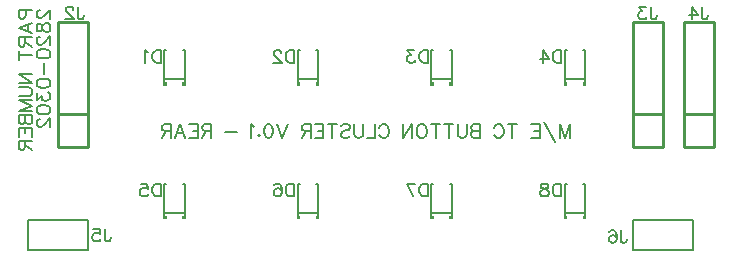
<source format=gbo>
G04 Layer: BottomSilkscreenLayer*
G04 EasyEDA v6.5.29, 2023-07-18 10:20:05*
G04 5756727701dd48799c60270c1c1368c4,5a6b42c53f6a479593ecc07194224c93,10*
G04 Gerber Generator version 0.2*
G04 Scale: 100 percent, Rotated: No, Reflected: No *
G04 Dimensions in millimeters *
G04 leading zeros omitted , absolute positions ,4 integer and 5 decimal *
%FSLAX45Y45*%
%MOMM*%

%ADD10C,0.2032*%
%ADD11C,0.1524*%
%ADD12C,0.2030*%
%ADD13C,0.2540*%

%LPD*%
D10*
X3259749Y-259913D02*
G01*
X3259749Y-374456D01*
X3259749Y-259913D02*
G01*
X3216112Y-374456D01*
X3172477Y-259913D02*
G01*
X3216112Y-374456D01*
X3172477Y-259913D02*
G01*
X3172477Y-374456D01*
X3038294Y-238094D02*
G01*
X3136478Y-412638D01*
X3002295Y-259913D02*
G01*
X3002295Y-374456D01*
X3002295Y-259913D02*
G01*
X2931386Y-259913D01*
X3002295Y-314457D02*
G01*
X2958660Y-314457D01*
X3002295Y-374456D02*
G01*
X2931386Y-374456D01*
X2773205Y-259913D02*
G01*
X2773205Y-374456D01*
X2811386Y-259913D02*
G01*
X2735023Y-259913D01*
X2617205Y-287185D02*
G01*
X2622659Y-276275D01*
X2633568Y-265366D01*
X2644477Y-259913D01*
X2666296Y-259913D01*
X2677205Y-265366D01*
X2688115Y-276275D01*
X2693568Y-287185D01*
X2699024Y-303547D01*
X2699024Y-330819D01*
X2693568Y-347184D01*
X2688115Y-358094D01*
X2677205Y-369003D01*
X2666296Y-374456D01*
X2644477Y-374456D01*
X2633568Y-369003D01*
X2622659Y-358094D01*
X2617205Y-347184D01*
X2497206Y-259913D02*
G01*
X2497206Y-374456D01*
X2497206Y-259913D02*
G01*
X2448115Y-259913D01*
X2431750Y-265366D01*
X2426296Y-270819D01*
X2420840Y-281729D01*
X2420840Y-292638D01*
X2426296Y-303547D01*
X2431750Y-309003D01*
X2448115Y-314457D01*
X2497206Y-314457D02*
G01*
X2448115Y-314457D01*
X2431750Y-319912D01*
X2426296Y-325366D01*
X2420840Y-336275D01*
X2420840Y-352638D01*
X2426296Y-363547D01*
X2431750Y-369003D01*
X2448115Y-374456D01*
X2497206Y-374456D01*
X2384841Y-259913D02*
G01*
X2384841Y-341729D01*
X2379388Y-358094D01*
X2368478Y-369003D01*
X2352116Y-374456D01*
X2341206Y-374456D01*
X2324841Y-369003D01*
X2313932Y-358094D01*
X2308478Y-341729D01*
X2308478Y-259913D01*
X2234298Y-259913D02*
G01*
X2234298Y-374456D01*
X2272479Y-259913D02*
G01*
X2196114Y-259913D01*
X2121933Y-259913D02*
G01*
X2121933Y-374456D01*
X2160115Y-259913D02*
G01*
X2083752Y-259913D01*
X2015025Y-259913D02*
G01*
X2025934Y-265366D01*
X2036843Y-276275D01*
X2042297Y-287185D01*
X2047753Y-303547D01*
X2047753Y-330819D01*
X2042297Y-347184D01*
X2036843Y-358094D01*
X2025934Y-369003D01*
X2015025Y-374456D01*
X1993206Y-374456D01*
X1982297Y-369003D01*
X1971387Y-358094D01*
X1965934Y-347184D01*
X1960478Y-330819D01*
X1960478Y-303547D01*
X1965934Y-287185D01*
X1971387Y-276275D01*
X1982297Y-265366D01*
X1993206Y-259913D01*
X2015025Y-259913D01*
X1924479Y-259913D02*
G01*
X1924479Y-374456D01*
X1924479Y-259913D02*
G01*
X1848116Y-374456D01*
X1848116Y-259913D02*
G01*
X1848116Y-374456D01*
X1646298Y-287185D02*
G01*
X1651751Y-276275D01*
X1662661Y-265366D01*
X1673570Y-259913D01*
X1695389Y-259913D01*
X1706298Y-265366D01*
X1717207Y-276275D01*
X1722661Y-287185D01*
X1728116Y-303547D01*
X1728116Y-330819D01*
X1722661Y-347184D01*
X1717207Y-358094D01*
X1706298Y-369003D01*
X1695389Y-374456D01*
X1673570Y-374456D01*
X1662661Y-369003D01*
X1651751Y-358094D01*
X1646298Y-347184D01*
X1610299Y-259913D02*
G01*
X1610299Y-374456D01*
X1610299Y-374456D02*
G01*
X1544843Y-374456D01*
X1508843Y-259913D02*
G01*
X1508843Y-341729D01*
X1503390Y-358094D01*
X1492481Y-369003D01*
X1476115Y-374456D01*
X1465206Y-374456D01*
X1448843Y-369003D01*
X1437934Y-358094D01*
X1432481Y-341729D01*
X1432481Y-259913D01*
X1320116Y-276275D02*
G01*
X1331026Y-265366D01*
X1347388Y-259913D01*
X1369207Y-259913D01*
X1385572Y-265366D01*
X1396481Y-276275D01*
X1396481Y-287185D01*
X1391025Y-298094D01*
X1385572Y-303547D01*
X1374663Y-309003D01*
X1341935Y-319912D01*
X1331026Y-325366D01*
X1325572Y-330819D01*
X1320116Y-341729D01*
X1320116Y-358094D01*
X1331026Y-369003D01*
X1347388Y-374456D01*
X1369207Y-374456D01*
X1385572Y-369003D01*
X1396481Y-358094D01*
X1245936Y-259913D02*
G01*
X1245936Y-374456D01*
X1284117Y-259913D02*
G01*
X1207754Y-259913D01*
X1171752Y-259913D02*
G01*
X1171752Y-374456D01*
X1171752Y-259913D02*
G01*
X1100843Y-259913D01*
X1171752Y-314457D02*
G01*
X1128118Y-314457D01*
X1171752Y-374456D02*
G01*
X1100843Y-374456D01*
X1064844Y-259913D02*
G01*
X1064844Y-374456D01*
X1064844Y-259913D02*
G01*
X1015753Y-259913D01*
X999390Y-265366D01*
X993935Y-270819D01*
X988481Y-281729D01*
X988481Y-292638D01*
X993935Y-303547D01*
X999390Y-309003D01*
X1015753Y-314457D01*
X1064844Y-314457D01*
X1026662Y-314457D02*
G01*
X988481Y-374456D01*
X868481Y-259913D02*
G01*
X824844Y-374456D01*
X781210Y-259913D02*
G01*
X824844Y-374456D01*
X712482Y-259913D02*
G01*
X728845Y-265366D01*
X739754Y-281729D01*
X745208Y-309003D01*
X745208Y-325366D01*
X739754Y-352638D01*
X728845Y-369003D01*
X712482Y-374456D01*
X701573Y-374456D01*
X685208Y-369003D01*
X674301Y-352638D01*
X668845Y-325366D01*
X668845Y-309003D01*
X674301Y-281729D01*
X685208Y-265366D01*
X701573Y-259913D01*
X712482Y-259913D01*
X627390Y-347184D02*
G01*
X632846Y-352638D01*
X627390Y-358094D01*
X621936Y-352638D01*
X627390Y-347184D01*
X585937Y-281729D02*
G01*
X575028Y-276275D01*
X558665Y-259913D01*
X558665Y-374456D01*
X438665Y-325366D02*
G01*
X340481Y-325366D01*
X220482Y-259913D02*
G01*
X220482Y-374456D01*
X220482Y-259913D02*
G01*
X171391Y-259913D01*
X155028Y-265366D01*
X149572Y-270819D01*
X144119Y-281729D01*
X144119Y-292638D01*
X149572Y-303547D01*
X155028Y-309003D01*
X171391Y-314457D01*
X220482Y-314457D01*
X182300Y-314457D02*
G01*
X144119Y-374456D01*
X108120Y-259913D02*
G01*
X108120Y-374456D01*
X108120Y-259913D02*
G01*
X37211Y-259913D01*
X108120Y-314457D02*
G01*
X64482Y-314457D01*
X108120Y-374456D02*
G01*
X37211Y-374456D01*
X-42425Y-259913D02*
G01*
X1211Y-374456D01*
X-42425Y-259913D02*
G01*
X-86062Y-374456D01*
X-15153Y-336275D02*
G01*
X-69697Y-336275D01*
X-122062Y-259913D02*
G01*
X-122062Y-374456D01*
X-122062Y-259913D02*
G01*
X-171152Y-259913D01*
X-187515Y-265366D01*
X-192971Y-270819D01*
X-198424Y-281729D01*
X-198424Y-292638D01*
X-192971Y-303547D01*
X-187515Y-309003D01*
X-171152Y-314457D01*
X-122062Y-314457D01*
X-160243Y-314457D02*
G01*
X-198424Y-374456D01*
X-1228257Y705741D02*
G01*
X-1233713Y705741D01*
X-1244622Y700285D01*
X-1250076Y694832D01*
X-1255529Y683922D01*
X-1255529Y662104D01*
X-1250076Y651195D01*
X-1244622Y645741D01*
X-1233713Y640285D01*
X-1222804Y640285D01*
X-1211894Y645741D01*
X-1195529Y656648D01*
X-1140985Y711194D01*
X-1140985Y634832D01*
X-1255529Y571558D02*
G01*
X-1250076Y587923D01*
X-1239166Y593377D01*
X-1228257Y593377D01*
X-1217348Y587923D01*
X-1211894Y577014D01*
X-1206439Y555195D01*
X-1200985Y538830D01*
X-1190076Y527923D01*
X-1179167Y522467D01*
X-1162804Y522467D01*
X-1151895Y527923D01*
X-1146439Y533377D01*
X-1140985Y549739D01*
X-1140985Y571558D01*
X-1146439Y587923D01*
X-1151895Y593377D01*
X-1162804Y598830D01*
X-1179167Y598830D01*
X-1190076Y593377D01*
X-1200985Y582467D01*
X-1206439Y566105D01*
X-1211894Y544286D01*
X-1217348Y533377D01*
X-1228257Y527923D01*
X-1239166Y527923D01*
X-1250076Y533377D01*
X-1255529Y549739D01*
X-1255529Y571558D01*
X-1228257Y481012D02*
G01*
X-1233713Y481012D01*
X-1244622Y475559D01*
X-1250076Y470105D01*
X-1255529Y459196D01*
X-1255529Y437377D01*
X-1250076Y426468D01*
X-1244622Y421012D01*
X-1233713Y415559D01*
X-1222804Y415559D01*
X-1211894Y421012D01*
X-1195529Y431921D01*
X-1140985Y486468D01*
X-1140985Y410105D01*
X-1255529Y341378D02*
G01*
X-1250076Y357741D01*
X-1233713Y368650D01*
X-1206439Y374103D01*
X-1190076Y374103D01*
X-1162804Y368650D01*
X-1146439Y357741D01*
X-1140985Y341378D01*
X-1140985Y330469D01*
X-1146439Y314104D01*
X-1162804Y303194D01*
X-1190076Y297741D01*
X-1206439Y297741D01*
X-1233713Y303194D01*
X-1250076Y314104D01*
X-1255529Y330469D01*
X-1255529Y341378D01*
X-1190076Y261741D02*
G01*
X-1190076Y163560D01*
X-1255529Y94833D02*
G01*
X-1250076Y111196D01*
X-1233713Y122105D01*
X-1206439Y127558D01*
X-1190076Y127558D01*
X-1162804Y122105D01*
X-1146439Y111196D01*
X-1140985Y94833D01*
X-1140985Y83924D01*
X-1146439Y67558D01*
X-1162804Y56649D01*
X-1190076Y51196D01*
X-1206439Y51196D01*
X-1233713Y56649D01*
X-1250076Y67558D01*
X-1255529Y83924D01*
X-1255529Y94833D01*
X-1255529Y4287D02*
G01*
X-1255529Y-55712D01*
X-1211894Y-22984D01*
X-1211894Y-39349D01*
X-1206439Y-50258D01*
X-1200985Y-55712D01*
X-1184622Y-61168D01*
X-1173713Y-61168D01*
X-1157348Y-55712D01*
X-1146439Y-44803D01*
X-1140985Y-28440D01*
X-1140985Y-12075D01*
X-1146439Y4287D01*
X-1151895Y9740D01*
X-1162804Y15196D01*
X-1255529Y-129893D02*
G01*
X-1250076Y-113530D01*
X-1233713Y-102621D01*
X-1206439Y-97167D01*
X-1190076Y-97167D01*
X-1162804Y-102621D01*
X-1146439Y-113530D01*
X-1140985Y-129893D01*
X-1140985Y-140802D01*
X-1146439Y-157167D01*
X-1162804Y-168076D01*
X-1190076Y-173530D01*
X-1206439Y-173530D01*
X-1233713Y-168076D01*
X-1250076Y-157167D01*
X-1255529Y-140802D01*
X-1255529Y-129893D01*
X-1228257Y-214985D02*
G01*
X-1233713Y-214985D01*
X-1244622Y-220438D01*
X-1250076Y-225894D01*
X-1255529Y-236804D01*
X-1255529Y-258620D01*
X-1250076Y-269529D01*
X-1244622Y-274985D01*
X-1233713Y-280438D01*
X-1222804Y-280438D01*
X-1211894Y-274985D01*
X-1195529Y-264076D01*
X-1140985Y-209529D01*
X-1140985Y-285894D01*
X-1407929Y711194D02*
G01*
X-1293385Y711194D01*
X-1407929Y711194D02*
G01*
X-1407929Y662104D01*
X-1402476Y645741D01*
X-1397022Y640285D01*
X-1386113Y634832D01*
X-1369748Y634832D01*
X-1358840Y640285D01*
X-1353385Y645741D01*
X-1347929Y662104D01*
X-1347929Y711194D01*
X-1407929Y555195D02*
G01*
X-1293385Y598830D01*
X-1407929Y555195D02*
G01*
X-1293385Y511558D01*
X-1331567Y582467D02*
G01*
X-1331567Y527923D01*
X-1407929Y475559D02*
G01*
X-1293385Y475559D01*
X-1407929Y475559D02*
G01*
X-1407929Y426468D01*
X-1402476Y410105D01*
X-1397022Y404649D01*
X-1386113Y399196D01*
X-1375204Y399196D01*
X-1364294Y404649D01*
X-1358840Y410105D01*
X-1353385Y426468D01*
X-1353385Y475559D01*
X-1353385Y437377D02*
G01*
X-1293385Y399196D01*
X-1407929Y325013D02*
G01*
X-1293385Y325013D01*
X-1407929Y363194D02*
G01*
X-1407929Y286832D01*
X-1407929Y166832D02*
G01*
X-1293385Y166832D01*
X-1407929Y166832D02*
G01*
X-1293385Y90469D01*
X-1407929Y90469D02*
G01*
X-1293385Y90469D01*
X-1407929Y54467D02*
G01*
X-1326113Y54467D01*
X-1309748Y49014D01*
X-1298840Y38105D01*
X-1293385Y21742D01*
X-1293385Y10833D01*
X-1298840Y-5532D01*
X-1309748Y-16438D01*
X-1326113Y-21894D01*
X-1407929Y-21894D01*
X-1407929Y-57894D02*
G01*
X-1293385Y-57894D01*
X-1407929Y-57894D02*
G01*
X-1293385Y-101531D01*
X-1407929Y-145166D02*
G01*
X-1293385Y-101531D01*
X-1407929Y-145166D02*
G01*
X-1293385Y-145166D01*
X-1407929Y-181168D02*
G01*
X-1293385Y-181168D01*
X-1407929Y-181168D02*
G01*
X-1407929Y-230258D01*
X-1402476Y-246621D01*
X-1397022Y-252074D01*
X-1386113Y-257530D01*
X-1375204Y-257530D01*
X-1364294Y-252074D01*
X-1358840Y-246621D01*
X-1353385Y-230258D01*
X-1353385Y-181168D02*
G01*
X-1353385Y-230258D01*
X-1347929Y-246621D01*
X-1342476Y-252074D01*
X-1331567Y-257530D01*
X-1315204Y-257530D01*
X-1304295Y-252074D01*
X-1298840Y-246621D01*
X-1293385Y-230258D01*
X-1293385Y-181168D01*
X-1407929Y-293530D02*
G01*
X-1293385Y-293530D01*
X-1407929Y-293530D02*
G01*
X-1407929Y-364439D01*
X-1353385Y-293530D02*
G01*
X-1353385Y-337167D01*
X-1293385Y-293530D02*
G01*
X-1293385Y-364439D01*
X-1407929Y-400438D02*
G01*
X-1293385Y-400438D01*
X-1407929Y-400438D02*
G01*
X-1407929Y-449529D01*
X-1402476Y-465894D01*
X-1397022Y-471347D01*
X-1386113Y-476803D01*
X-1375204Y-476803D01*
X-1364294Y-471347D01*
X-1358840Y-465894D01*
X-1353385Y-449529D01*
X-1353385Y-400438D01*
X-1353385Y-438619D02*
G01*
X-1293385Y-476803D01*
D11*
X-203200Y369338D02*
G01*
X-203200Y260235D01*
X-203200Y369338D02*
G01*
X-239567Y369338D01*
X-255155Y364144D01*
X-265544Y353753D01*
X-270741Y343362D01*
X-275935Y327774D01*
X-275935Y301797D01*
X-270741Y286212D01*
X-265544Y275821D01*
X-255155Y265429D01*
X-239567Y260235D01*
X-203200Y260235D01*
X-310225Y348556D02*
G01*
X-320616Y353753D01*
X-336204Y369338D01*
X-336204Y260235D01*
X927097Y369338D02*
G01*
X927097Y260235D01*
X927097Y369338D02*
G01*
X890729Y369338D01*
X875141Y364144D01*
X864753Y353753D01*
X859556Y343362D01*
X854362Y327774D01*
X854362Y301797D01*
X859556Y286212D01*
X864753Y275821D01*
X875141Y265429D01*
X890729Y260235D01*
X927097Y260235D01*
X814875Y343362D02*
G01*
X814875Y348556D01*
X809680Y358947D01*
X804484Y364144D01*
X794092Y369338D01*
X773313Y369338D01*
X762922Y364144D01*
X757725Y358947D01*
X752530Y348556D01*
X752530Y338165D01*
X757725Y327774D01*
X768116Y312188D01*
X820072Y260235D01*
X747334Y260235D01*
X2057394Y369338D02*
G01*
X2057394Y260235D01*
X2057394Y369338D02*
G01*
X2021027Y369338D01*
X2005439Y364144D01*
X1995050Y353753D01*
X1989853Y343362D01*
X1984659Y327774D01*
X1984659Y301797D01*
X1989853Y286212D01*
X1995050Y275821D01*
X2005439Y265429D01*
X2021027Y260235D01*
X2057394Y260235D01*
X1939978Y369338D02*
G01*
X1882828Y369338D01*
X1913999Y327774D01*
X1898413Y327774D01*
X1888022Y322579D01*
X1882828Y317385D01*
X1877631Y301797D01*
X1877631Y291406D01*
X1882828Y275821D01*
X1893219Y265429D01*
X1908804Y260235D01*
X1924390Y260235D01*
X1939978Y265429D01*
X1945172Y270624D01*
X1950369Y281015D01*
X3187692Y369338D02*
G01*
X3187692Y260235D01*
X3187692Y369338D02*
G01*
X3151324Y369338D01*
X3135736Y364144D01*
X3125348Y353753D01*
X3120151Y343362D01*
X3114956Y327774D01*
X3114956Y301797D01*
X3120151Y286212D01*
X3125348Y275821D01*
X3135736Y265429D01*
X3151324Y260235D01*
X3187692Y260235D01*
X3028711Y369338D02*
G01*
X3080666Y296603D01*
X3002734Y296603D01*
X3028711Y369338D02*
G01*
X3028711Y260235D01*
X-203200Y-760958D02*
G01*
X-203200Y-870061D01*
X-203200Y-760958D02*
G01*
X-239567Y-760958D01*
X-255155Y-766152D01*
X-265544Y-776544D01*
X-270741Y-786935D01*
X-275935Y-802523D01*
X-275935Y-828499D01*
X-270741Y-844085D01*
X-265544Y-854476D01*
X-255155Y-864867D01*
X-239567Y-870061D01*
X-203200Y-870061D01*
X-372572Y-760958D02*
G01*
X-320616Y-760958D01*
X-315422Y-807717D01*
X-320616Y-802523D01*
X-336204Y-797326D01*
X-351789Y-797326D01*
X-367375Y-802523D01*
X-377766Y-812911D01*
X-382963Y-828499D01*
X-382963Y-838890D01*
X-377766Y-854476D01*
X-367375Y-864867D01*
X-351789Y-870061D01*
X-336204Y-870061D01*
X-320616Y-864867D01*
X-315422Y-859673D01*
X-310225Y-849282D01*
X927097Y-760958D02*
G01*
X927097Y-870061D01*
X927097Y-760958D02*
G01*
X890729Y-760958D01*
X875141Y-766152D01*
X864753Y-776544D01*
X859556Y-786935D01*
X854362Y-802523D01*
X854362Y-828499D01*
X859556Y-844085D01*
X864753Y-854476D01*
X875141Y-864867D01*
X890729Y-870061D01*
X927097Y-870061D01*
X757725Y-776544D02*
G01*
X762922Y-766152D01*
X778507Y-760958D01*
X788898Y-760958D01*
X804484Y-766152D01*
X814875Y-781740D01*
X820072Y-807717D01*
X820072Y-833694D01*
X814875Y-854476D01*
X804484Y-864867D01*
X788898Y-870061D01*
X783701Y-870061D01*
X768116Y-864867D01*
X757725Y-854476D01*
X752530Y-838890D01*
X752530Y-833694D01*
X757725Y-818108D01*
X768116Y-807717D01*
X783701Y-802523D01*
X788898Y-802523D01*
X804484Y-807717D01*
X814875Y-818108D01*
X820072Y-833694D01*
X2057394Y-760958D02*
G01*
X2057394Y-870061D01*
X2057394Y-760958D02*
G01*
X2021027Y-760958D01*
X2005439Y-766152D01*
X1995050Y-776544D01*
X1989853Y-786935D01*
X1984659Y-802523D01*
X1984659Y-828499D01*
X1989853Y-844085D01*
X1995050Y-854476D01*
X2005439Y-864867D01*
X2021027Y-870061D01*
X2057394Y-870061D01*
X1877631Y-760958D02*
G01*
X1929587Y-870061D01*
X1950369Y-760958D02*
G01*
X1877631Y-760958D01*
X-678510Y-1141986D02*
G01*
X-678510Y-1225044D01*
X-673176Y-1240792D01*
X-668096Y-1245872D01*
X-657682Y-1250952D01*
X-647268Y-1250952D01*
X-636854Y-1245872D01*
X-631520Y-1240792D01*
X-626440Y-1225044D01*
X-626440Y-1214630D01*
X-775030Y-1141986D02*
G01*
X-722960Y-1141986D01*
X-717880Y-1188722D01*
X-722960Y-1183642D01*
X-738708Y-1178308D01*
X-754202Y-1178308D01*
X-769950Y-1183642D01*
X-780110Y-1193802D01*
X-785444Y-1209550D01*
X-785444Y-1219964D01*
X-780110Y-1235458D01*
X-769950Y-1245872D01*
X-754202Y-1250952D01*
X-738708Y-1250952D01*
X-722960Y-1245872D01*
X-717880Y-1240792D01*
X-712800Y-1230378D01*
X3690287Y-1154684D02*
G01*
X3690287Y-1237742D01*
X3695621Y-1253489D01*
X3700701Y-1258570D01*
X3711115Y-1263650D01*
X3721529Y-1263650D01*
X3731943Y-1258570D01*
X3737277Y-1253489D01*
X3742357Y-1237742D01*
X3742357Y-1227328D01*
X3593767Y-1170178D02*
G01*
X3598847Y-1159763D01*
X3614595Y-1154684D01*
X3625009Y-1154684D01*
X3640503Y-1159763D01*
X3650917Y-1175512D01*
X3655997Y-1201420D01*
X3655997Y-1227328D01*
X3650917Y-1248155D01*
X3640503Y-1258570D01*
X3625009Y-1263650D01*
X3619675Y-1263650D01*
X3604181Y-1258570D01*
X3593767Y-1248155D01*
X3588687Y-1232662D01*
X3588687Y-1227328D01*
X3593767Y-1211834D01*
X3604181Y-1201420D01*
X3619675Y-1196339D01*
X3625009Y-1196339D01*
X3640503Y-1201420D01*
X3650917Y-1211834D01*
X3655997Y-1227328D01*
X-907112Y737610D02*
G01*
X-907112Y654552D01*
X-901778Y638804D01*
X-896698Y633724D01*
X-886284Y628644D01*
X-875870Y628644D01*
X-865456Y633724D01*
X-860122Y638804D01*
X-855042Y654552D01*
X-855042Y664966D01*
X-946482Y711702D02*
G01*
X-946482Y716782D01*
X-951562Y727196D01*
X-956896Y732530D01*
X-967310Y737610D01*
X-988138Y737610D01*
X-998552Y732530D01*
X-1003632Y727196D01*
X-1008712Y716782D01*
X-1008712Y706368D01*
X-1003632Y695954D01*
X-993218Y680460D01*
X-941402Y628644D01*
X-1014046Y628644D01*
X3944287Y737610D02*
G01*
X3944287Y654552D01*
X3949618Y638804D01*
X3954701Y633724D01*
X3965115Y628644D01*
X3975529Y628644D01*
X3985943Y633724D01*
X3991277Y638804D01*
X3996354Y654552D01*
X3996354Y664966D01*
X3899837Y737610D02*
G01*
X3842687Y737610D01*
X3873672Y695954D01*
X3858181Y695954D01*
X3847767Y690874D01*
X3842687Y685794D01*
X3837353Y670046D01*
X3837353Y659632D01*
X3842687Y644138D01*
X3852847Y633724D01*
X3868595Y628644D01*
X3884086Y628644D01*
X3899837Y633724D01*
X3904917Y638804D01*
X3909997Y649218D01*
X4376331Y737610D02*
G01*
X4376331Y654552D01*
X4381411Y638804D01*
X4386491Y633724D01*
X4396905Y628644D01*
X4407319Y628644D01*
X4417733Y633724D01*
X4423067Y638804D01*
X4428147Y654552D01*
X4428147Y664966D01*
X4289971Y737610D02*
G01*
X4342041Y664966D01*
X4264063Y664966D01*
X4289971Y737610D02*
G01*
X4289971Y628644D01*
X3187682Y-760961D02*
G01*
X3187682Y-870064D01*
X3187682Y-760961D02*
G01*
X3151314Y-760961D01*
X3135726Y-766155D01*
X3125337Y-776546D01*
X3120141Y-786937D01*
X3114946Y-802523D01*
X3114946Y-828502D01*
X3120141Y-844087D01*
X3125337Y-854478D01*
X3135726Y-864870D01*
X3151314Y-870064D01*
X3187682Y-870064D01*
X3054677Y-760961D02*
G01*
X3070265Y-766155D01*
X3075459Y-776546D01*
X3075459Y-786937D01*
X3070265Y-797328D01*
X3059874Y-802523D01*
X3039092Y-807720D01*
X3023506Y-812914D01*
X3013115Y-823305D01*
X3007918Y-833696D01*
X3007918Y-849284D01*
X3013115Y-859673D01*
X3018309Y-864870D01*
X3033897Y-870064D01*
X3054677Y-870064D01*
X3070265Y-864870D01*
X3075459Y-859673D01*
X3080656Y-849284D01*
X3080656Y-833696D01*
X3075459Y-823305D01*
X3065068Y-812914D01*
X3049483Y-807720D01*
X3028701Y-802523D01*
X3018309Y-797328D01*
X3013115Y-786937D01*
X3013115Y-776546D01*
X3018309Y-766155D01*
X3033897Y-760961D01*
X3054677Y-760961D01*
G36*
X-24180Y95605D02*
G01*
X-24180Y65125D01*
X5334Y65125D01*
X5334Y95605D01*
G37*
G36*
X-183134Y95605D02*
G01*
X-183134Y65125D01*
X-153619Y65125D01*
X-153619Y95605D01*
G37*
G36*
X1106119Y95605D02*
G01*
X1106119Y65125D01*
X1135634Y65125D01*
X1135634Y95605D01*
G37*
G36*
X947166Y95605D02*
G01*
X947166Y65125D01*
X976680Y65125D01*
X976680Y95605D01*
G37*
G36*
X2236419Y95605D02*
G01*
X2236419Y65125D01*
X2265934Y65125D01*
X2265934Y95605D01*
G37*
G36*
X2077466Y95605D02*
G01*
X2077466Y65125D01*
X2106930Y65125D01*
X2106930Y95605D01*
G37*
G36*
X3366719Y95605D02*
G01*
X3366719Y65125D01*
X3396234Y65125D01*
X3396234Y95605D01*
G37*
G36*
X3207766Y95605D02*
G01*
X3207766Y65125D01*
X3237230Y65125D01*
X3237230Y95605D01*
G37*
G36*
X-24180Y-1034694D02*
G01*
X-24180Y-1065174D01*
X5334Y-1065174D01*
X5334Y-1034694D01*
G37*
G36*
X-183134Y-1034694D02*
G01*
X-183134Y-1065174D01*
X-153619Y-1065174D01*
X-153619Y-1034694D01*
G37*
G36*
X1106119Y-1034694D02*
G01*
X1106119Y-1065174D01*
X1135634Y-1065174D01*
X1135634Y-1034694D01*
G37*
G36*
X947166Y-1034694D02*
G01*
X947166Y-1065174D01*
X976680Y-1065174D01*
X976680Y-1034694D01*
G37*
G36*
X2236419Y-1034694D02*
G01*
X2236419Y-1065174D01*
X2265934Y-1065174D01*
X2265934Y-1034694D01*
G37*
G36*
X2077466Y-1034694D02*
G01*
X2077466Y-1065174D01*
X2106930Y-1065174D01*
X2106930Y-1034694D01*
G37*
G36*
X3366719Y-1034694D02*
G01*
X3366719Y-1065174D01*
X3396234Y-1065174D01*
X3396234Y-1034694D01*
G37*
G36*
X3207766Y-1034694D02*
G01*
X3207766Y-1065174D01*
X3237230Y-1065174D01*
X3237230Y-1034694D01*
G37*
X-2280Y87980D02*
G01*
X-2280Y369219D01*
X-2280Y369219D02*
G01*
X-19080Y369219D01*
X-175519Y87980D02*
G01*
X-175519Y369219D01*
X-175519Y369219D02*
G01*
X-158719Y369219D01*
X-2280Y123670D02*
G01*
X-175519Y123670D01*
X1128016Y87980D02*
G01*
X1128016Y369219D01*
X1128016Y369219D02*
G01*
X1111216Y369219D01*
X954778Y87980D02*
G01*
X954778Y369219D01*
X954778Y369219D02*
G01*
X971577Y369219D01*
X1128016Y123670D02*
G01*
X954778Y123670D01*
X2258314Y87980D02*
G01*
X2258314Y369219D01*
X2258314Y369219D02*
G01*
X2241514Y369219D01*
X2085075Y87980D02*
G01*
X2085075Y369219D01*
X2085075Y369219D02*
G01*
X2101875Y369219D01*
X2258314Y123670D02*
G01*
X2085075Y123670D01*
X3388611Y87980D02*
G01*
X3388611Y369219D01*
X3388611Y369219D02*
G01*
X3371811Y369219D01*
X3215373Y87980D02*
G01*
X3215373Y369219D01*
X3215373Y369219D02*
G01*
X3232172Y369219D01*
X3388611Y123670D02*
G01*
X3215373Y123670D01*
X-2280Y-1042316D02*
G01*
X-2280Y-761077D01*
X-2280Y-761077D02*
G01*
X-19080Y-761077D01*
X-175519Y-1042316D02*
G01*
X-175519Y-761077D01*
X-175519Y-761077D02*
G01*
X-158719Y-761077D01*
X-2280Y-1006627D02*
G01*
X-175519Y-1006627D01*
X1128016Y-1042316D02*
G01*
X1128016Y-761077D01*
X1128016Y-761077D02*
G01*
X1111216Y-761077D01*
X954778Y-1042316D02*
G01*
X954778Y-761077D01*
X954778Y-761077D02*
G01*
X971577Y-761077D01*
X1128016Y-1006627D02*
G01*
X954778Y-1006627D01*
X2258314Y-1042316D02*
G01*
X2258314Y-761077D01*
X2258314Y-761077D02*
G01*
X2241514Y-761077D01*
X2085075Y-1042316D02*
G01*
X2085075Y-761077D01*
X2085075Y-761077D02*
G01*
X2101875Y-761077D01*
X2258314Y-1006627D02*
G01*
X2085075Y-1006627D01*
D12*
X-816940Y-1320802D02*
G01*
X-1134440Y-1320802D01*
D10*
X-816940Y-1320802D02*
G01*
X-816940Y-1066802D01*
X-1324940Y-1066802D01*
X-1324940Y-1320802D01*
X-1134440Y-1320802D01*
X3793149Y-1066802D02*
G01*
X3793149Y-1320802D01*
X4301149Y-1320802D01*
X4301149Y-1066802D01*
X4110649Y-1066802D01*
D12*
X3793149Y-1066802D02*
G01*
X4110649Y-1066802D01*
D13*
X-816940Y-452808D02*
G01*
X-1070940Y-452808D01*
X-816940Y605193D02*
G01*
X-1070940Y605193D01*
X-816940Y-452808D02*
G01*
X-816940Y605193D01*
X-816940Y-175458D02*
G01*
X-1070940Y-175458D01*
X-1070940Y-452808D02*
G01*
X-1070940Y605193D01*
X4047149Y605193D02*
G01*
X3793149Y605193D01*
X4047149Y-452808D02*
G01*
X4047149Y605193D01*
X4047149Y-175458D02*
G01*
X3793149Y-175458D01*
X3793149Y-452808D02*
G01*
X3793149Y605193D01*
X4047149Y-452808D02*
G01*
X3793149Y-452808D01*
X4478947Y605193D02*
G01*
X4224947Y605193D01*
X4478947Y-452808D02*
G01*
X4478947Y605193D01*
X4478947Y-175458D02*
G01*
X4224947Y-175458D01*
X4224947Y-452808D02*
G01*
X4224947Y605193D01*
X4478947Y-452808D02*
G01*
X4224947Y-452808D01*
D11*
X3388611Y-1042316D02*
G01*
X3388611Y-761077D01*
X3388611Y-761077D02*
G01*
X3371811Y-761077D01*
X3215373Y-1042316D02*
G01*
X3215373Y-761077D01*
X3215373Y-761077D02*
G01*
X3232172Y-761077D01*
X3388611Y-1006627D02*
G01*
X3215373Y-1006627D01*
M02*

</source>
